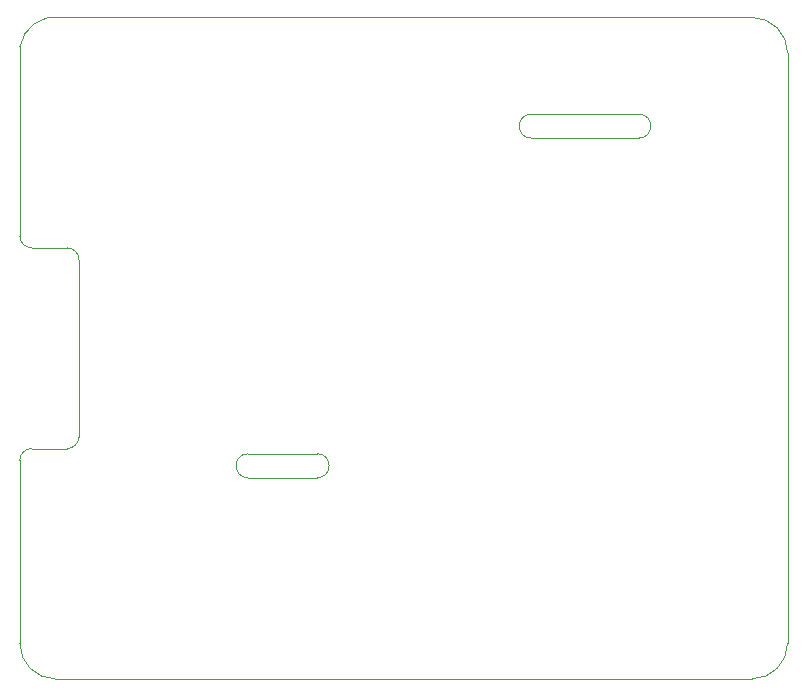
<source format=gbr>
G04 #@! TF.GenerationSoftware,KiCad,Pcbnew,(5.1.4)-1*
G04 #@! TF.CreationDate,2020-01-26T14:24:25+01:00*
G04 #@! TF.ProjectId,debounce_shield,6465626f-756e-4636-955f-736869656c64,rev?*
G04 #@! TF.SameCoordinates,Original*
G04 #@! TF.FileFunction,Profile,NP*
%FSLAX46Y46*%
G04 Gerber Fmt 4.6, Leading zero omitted, Abs format (unit mm)*
G04 Created by KiCad (PCBNEW (5.1.4)-1) date 2020-01-26 14:24:25*
%MOMM*%
%LPD*%
G04 APERTURE LIST*
%ADD10C,0.100000*%
G04 APERTURE END LIST*
D10*
X149910800Y-80772000D02*
G75*
G02X149910800Y-82804000I0J-1016000D01*
G01*
X149910800Y-80772000D02*
X140817600Y-80772000D01*
X149910800Y-82804000D02*
X140817600Y-82804000D01*
X140817600Y-82804000D02*
G75*
G02X140817600Y-80772000I0J1016000D01*
G01*
X116840000Y-111556800D02*
G75*
G02X116840000Y-109524800I0J1016000D01*
G01*
X122682000Y-109524800D02*
X116840000Y-109524800D01*
X122682000Y-109524800D02*
G75*
G02X122682000Y-111556800I0J-1016000D01*
G01*
X116840000Y-111556800D02*
X122682000Y-111556800D01*
X162510600Y-75585200D02*
G75*
G03X159510600Y-72585200I-3000000J0D01*
G01*
X101010600Y-72585200D02*
X159510600Y-72585200D01*
X101010600Y-72585200D02*
G75*
G03X97510600Y-75085200I-500000J-3000000D01*
G01*
X98510600Y-109085200D02*
G75*
G03X97510600Y-110085200I0J-1000000D01*
G01*
X101510600Y-109085200D02*
G75*
G03X102510600Y-108085200I0J1000000D01*
G01*
X102510600Y-93085200D02*
G75*
G03X101510600Y-92085200I-1000000J0D01*
G01*
X97510600Y-91085200D02*
G75*
G03X98510600Y-92085200I1000000J0D01*
G01*
X159510600Y-128585200D02*
G75*
G03X162510600Y-125585200I0J3000000D01*
G01*
X97510600Y-125585200D02*
G75*
G03X100510600Y-128585200I3000000J0D01*
G01*
X97510600Y-110085200D02*
X97510600Y-125585200D01*
X97510600Y-75085200D02*
X97510600Y-91085200D01*
X98510600Y-109085200D02*
X101510600Y-109085200D01*
X98510600Y-92085200D02*
X101510600Y-92085200D01*
X102510600Y-93085200D02*
X102510600Y-108085200D01*
X100510600Y-128585200D02*
X159510600Y-128585200D01*
X162510600Y-75585200D02*
X162510600Y-125585200D01*
M02*

</source>
